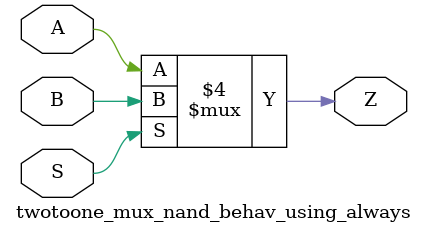
<source format=v>
`timescale 1ns / 1ps


module twotoone_mux_nand_behav_using_always(
    input S,
    input A,
    input B,
    output reg Z
    );
    
    always @(*) begin 
    if (S == 0)
        Z = A;
    else 
        Z = B;
    end 
    
endmodule

</source>
